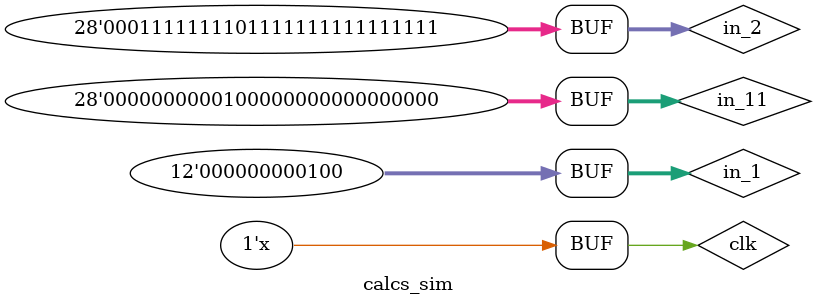
<source format=v>
`timescale 1ns / 1ps

module calcs_sim();

reg clk = 0;
reg [11:0] in_1 = 4; 
reg [N-1:0] in_2 = 33488895;
wire [11:0] result_out;
wire [N-1:0] result;
wire [N-1:0] sum;

parameter Q = 15;
parameter N = 28;

wire [N-1:0] in_11;
assign in_11[N-2:Q] = in_1;
assign in_11[Q-1:0] = 0;
assign in_11[N-1] = 0;

wire [N-1:0] neg_in_2;
negar #(Q,N) neg2 (in_2,neg_in_2);
qadd #(Q,N) sum1 ( in_11, neg_in_2, result);
//qmult #(Q,N) mult1 ( sum, in_2, result);

assign result_out = result[N-2:Q];

always #1 clk = ~clk;

//initial begin
//result_out = 0;
//result = 0;
//end
endmodule

</source>
